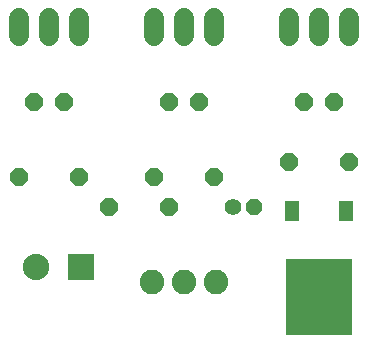
<source format=gts>
G75*
G70*
%OFA0B0*%
%FSLAX24Y24*%
%IPPOS*%
%LPD*%
%AMOC8*
5,1,8,0,0,1.08239X$1,22.5*
%
%ADD10C,0.0680*%
%ADD11R,0.0880X0.0880*%
%ADD12C,0.0880*%
%ADD13OC8,0.0600*%
%ADD14OC8,0.0560*%
%ADD15C,0.0560*%
%ADD16C,0.0820*%
%ADD17R,0.2206X0.2521*%
%ADD18R,0.0474X0.0710*%
D10*
X001313Y010309D02*
X001313Y010909D01*
X002313Y010909D02*
X002313Y010309D01*
X003313Y010309D02*
X003313Y010909D01*
X005813Y010909D02*
X005813Y010309D01*
X006813Y010309D02*
X006813Y010909D01*
X007813Y010909D02*
X007813Y010309D01*
X010313Y010309D02*
X010313Y010909D01*
X011313Y010909D02*
X011313Y010309D01*
X012313Y010309D02*
X012313Y010909D01*
D11*
X003383Y002609D03*
D12*
X001865Y002609D03*
D13*
X004313Y004609D03*
X003313Y005609D03*
X001313Y005609D03*
X001813Y008109D03*
X002813Y008109D03*
X005813Y005609D03*
X006313Y004609D03*
X007813Y005609D03*
X010313Y006109D03*
X012313Y006109D03*
X011813Y008109D03*
X010813Y008109D03*
X007313Y008109D03*
X006313Y008109D03*
D14*
X009163Y004609D03*
D15*
X008463Y004609D03*
D16*
X007883Y002109D03*
X006813Y002109D03*
X005743Y002109D03*
D17*
X011313Y001624D03*
D18*
X010415Y004498D03*
X012211Y004498D03*
M02*

</source>
